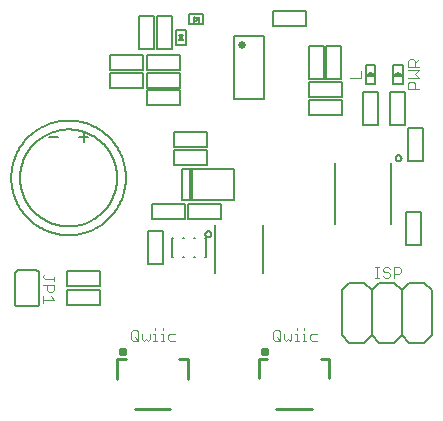
<source format=gbr>
G04 EAGLE Gerber RS-274X export*
G75*
%MOMM*%
%FSLAX34Y34*%
%LPD*%
%INSilkscreen Top*%
%IPPOS*%
%AMOC8*
5,1,8,0,0,1.08239X$1,22.5*%
G01*
%ADD10C,0.101600*%
%ADD11C,0.127000*%
%ADD12R,0.381000X2.540000*%
%ADD13C,0.152400*%
%ADD14C,0.400000*%
%ADD15C,0.254000*%
%ADD16C,0.200000*%
%ADD17C,0.203200*%
%ADD18C,0.635000*%


D10*
X104648Y66041D02*
X104648Y72143D01*
X106173Y73668D01*
X109224Y73668D01*
X110749Y72143D01*
X110749Y66041D01*
X109224Y64516D01*
X106173Y64516D01*
X104648Y66041D01*
X107699Y67567D02*
X110749Y64516D01*
X114003Y66041D02*
X114003Y70617D01*
X114003Y66041D02*
X115528Y64516D01*
X117054Y66041D01*
X118579Y64516D01*
X120104Y66041D01*
X120104Y70617D01*
X123358Y70617D02*
X124884Y70617D01*
X124884Y64516D01*
X126409Y64516D02*
X123358Y64516D01*
X124884Y73668D02*
X124884Y75193D01*
X129595Y70617D02*
X131120Y70617D01*
X131120Y64516D01*
X129595Y64516D02*
X132646Y64516D01*
X131120Y73668D02*
X131120Y75193D01*
X137357Y70617D02*
X141933Y70617D01*
X137357Y70617D02*
X135832Y69092D01*
X135832Y66041D01*
X137357Y64516D01*
X141933Y64516D01*
X224790Y66041D02*
X224790Y72143D01*
X226315Y73668D01*
X229366Y73668D01*
X230891Y72143D01*
X230891Y66041D01*
X229366Y64516D01*
X226315Y64516D01*
X224790Y66041D01*
X227841Y67567D02*
X230891Y64516D01*
X234145Y66041D02*
X234145Y70617D01*
X234145Y66041D02*
X235670Y64516D01*
X237196Y66041D01*
X238721Y64516D01*
X240246Y66041D01*
X240246Y70617D01*
X243500Y70617D02*
X245026Y70617D01*
X245026Y64516D01*
X246551Y64516D02*
X243500Y64516D01*
X245026Y73668D02*
X245026Y75193D01*
X249737Y70617D02*
X251262Y70617D01*
X251262Y64516D01*
X249737Y64516D02*
X252788Y64516D01*
X251262Y73668D02*
X251262Y75193D01*
X257499Y70617D02*
X262075Y70617D01*
X257499Y70617D02*
X255974Y69092D01*
X255974Y66041D01*
X257499Y64516D01*
X262075Y64516D01*
X311404Y117856D02*
X314455Y117856D01*
X312929Y117856D02*
X312929Y127008D01*
X311404Y127008D02*
X314455Y127008D01*
X322217Y127008D02*
X323742Y125483D01*
X322217Y127008D02*
X319166Y127008D01*
X317641Y125483D01*
X317641Y123957D01*
X319166Y122432D01*
X322217Y122432D01*
X323742Y120907D01*
X323742Y119381D01*
X322217Y117856D01*
X319166Y117856D01*
X317641Y119381D01*
X326996Y117856D02*
X326996Y127008D01*
X331572Y127008D01*
X333097Y125483D01*
X333097Y122432D01*
X331572Y120907D01*
X326996Y120907D01*
X31751Y121158D02*
X30226Y119633D01*
X30226Y118107D01*
X31751Y116582D01*
X39378Y116582D01*
X39378Y118107D02*
X39378Y115057D01*
X39378Y111803D02*
X30226Y111803D01*
X39378Y111803D02*
X39378Y107227D01*
X37853Y105702D01*
X34802Y105702D01*
X33277Y107227D01*
X33277Y111803D01*
X36327Y102448D02*
X39378Y99397D01*
X30226Y99397D01*
X30226Y102448D02*
X30226Y96346D01*
X289806Y287020D02*
X298958Y287020D01*
X298958Y293121D01*
X338828Y277876D02*
X347980Y277876D01*
X338828Y277876D02*
X338828Y282452D01*
X340354Y283977D01*
X343404Y283977D01*
X344929Y282452D01*
X344929Y277876D01*
X347980Y287231D02*
X338828Y287231D01*
X344929Y290282D02*
X347980Y287231D01*
X344929Y290282D02*
X347980Y293332D01*
X338828Y293332D01*
X338828Y296586D02*
X347980Y296586D01*
X338828Y296586D02*
X338828Y301162D01*
X340354Y302688D01*
X343404Y302688D01*
X344929Y301162D01*
X344929Y296586D01*
X344929Y299637D02*
X347980Y302688D01*
D11*
X350012Y173736D02*
X350012Y145796D01*
X337312Y145796D01*
X337312Y173736D01*
X350012Y173736D01*
X252222Y330962D02*
X224282Y330962D01*
X224282Y343662D01*
X252222Y343662D01*
X252222Y330962D01*
X139192Y339090D02*
X139192Y311150D01*
X126492Y311150D01*
X126492Y339090D01*
X139192Y339090D01*
X140462Y228346D02*
X168402Y228346D01*
X140462Y228346D02*
X140462Y241046D01*
X168402Y241046D01*
X168402Y228346D01*
X131572Y157226D02*
X131572Y129286D01*
X118872Y129286D01*
X118872Y157226D01*
X131572Y157226D01*
X140462Y213614D02*
X168402Y213614D01*
X140462Y213614D02*
X140462Y226314D01*
X168402Y226314D01*
X168402Y213614D01*
X326454Y282068D02*
X326454Y298068D01*
X334454Y298068D01*
X334454Y282068D01*
X326454Y282068D01*
X326644Y288798D02*
X334264Y288798D01*
X332359Y290068D01*
X330454Y291338D01*
X328549Y290068D01*
X326644Y288798D01*
X327914Y289433D02*
X332994Y289433D01*
X332359Y290068D02*
X328549Y290068D01*
X165766Y332804D02*
X165766Y340804D01*
X153766Y340804D02*
X153766Y332804D01*
X153766Y340804D02*
X165766Y340804D01*
X165766Y332804D02*
X153766Y332804D01*
X157766Y334804D02*
X157766Y338804D01*
X157766Y334804D02*
X161766Y336804D01*
X157766Y338804D01*
X161766Y338804D02*
X161766Y336804D01*
X161766Y334804D01*
X147672Y209850D02*
X191672Y209850D01*
X191672Y183850D01*
X147672Y183850D01*
X147672Y209850D01*
D12*
X155067Y196850D03*
D11*
X150812Y327310D02*
X142812Y327310D01*
X142812Y315310D02*
X150812Y315310D01*
X142812Y315310D02*
X142812Y327310D01*
X150812Y327310D02*
X150812Y315310D01*
X148812Y319310D02*
X144812Y319310D01*
X148812Y319310D02*
X146812Y323310D01*
X144812Y319310D01*
X144812Y323310D02*
X146812Y323310D01*
X148812Y323310D01*
D13*
X282702Y69342D02*
X289052Y62992D01*
X301752Y62992D02*
X308102Y69342D01*
X314452Y62992D01*
X327152Y62992D02*
X333502Y69342D01*
X282702Y69342D02*
X282702Y107442D01*
X289052Y113792D01*
X301752Y113792D01*
X308102Y107442D01*
X314452Y113792D01*
X327152Y113792D01*
X333502Y107442D01*
X308102Y107442D02*
X308102Y69342D01*
X333502Y69342D02*
X333502Y107442D01*
X327152Y62992D02*
X314452Y62992D01*
X301752Y62992D02*
X289052Y62992D01*
X333502Y69342D02*
X339852Y62992D01*
X352552Y62992D02*
X358902Y69342D01*
X333502Y107442D02*
X339852Y113792D01*
X352552Y113792D01*
X358902Y107442D01*
X358902Y69342D01*
X352552Y62992D02*
X339852Y62992D01*
D14*
X95986Y55324D02*
X95988Y55399D01*
X95994Y55473D01*
X96004Y55547D01*
X96017Y55620D01*
X96035Y55693D01*
X96056Y55764D01*
X96081Y55835D01*
X96110Y55904D01*
X96143Y55971D01*
X96179Y56036D01*
X96218Y56100D01*
X96260Y56161D01*
X96306Y56220D01*
X96355Y56277D01*
X96407Y56330D01*
X96461Y56381D01*
X96518Y56430D01*
X96578Y56474D01*
X96640Y56516D01*
X96704Y56555D01*
X96770Y56590D01*
X96837Y56621D01*
X96907Y56649D01*
X96977Y56673D01*
X97049Y56694D01*
X97122Y56710D01*
X97195Y56723D01*
X97270Y56732D01*
X97344Y56737D01*
X97419Y56738D01*
X97493Y56735D01*
X97568Y56728D01*
X97641Y56717D01*
X97715Y56703D01*
X97787Y56684D01*
X97858Y56662D01*
X97928Y56636D01*
X97997Y56606D01*
X98063Y56573D01*
X98128Y56536D01*
X98191Y56496D01*
X98252Y56452D01*
X98310Y56406D01*
X98366Y56356D01*
X98419Y56304D01*
X98470Y56249D01*
X98517Y56191D01*
X98561Y56131D01*
X98602Y56068D01*
X98640Y56004D01*
X98674Y55938D01*
X98705Y55869D01*
X98732Y55800D01*
X98755Y55729D01*
X98774Y55657D01*
X98790Y55584D01*
X98802Y55510D01*
X98810Y55436D01*
X98814Y55361D01*
X98814Y55287D01*
X98810Y55212D01*
X98802Y55138D01*
X98790Y55064D01*
X98774Y54991D01*
X98755Y54919D01*
X98732Y54848D01*
X98705Y54779D01*
X98674Y54710D01*
X98640Y54644D01*
X98602Y54580D01*
X98561Y54517D01*
X98517Y54457D01*
X98470Y54399D01*
X98419Y54344D01*
X98366Y54292D01*
X98310Y54242D01*
X98252Y54196D01*
X98191Y54152D01*
X98128Y54112D01*
X98063Y54075D01*
X97997Y54042D01*
X97928Y54012D01*
X97858Y53986D01*
X97787Y53964D01*
X97715Y53945D01*
X97641Y53931D01*
X97568Y53920D01*
X97493Y53913D01*
X97419Y53910D01*
X97344Y53911D01*
X97270Y53916D01*
X97195Y53925D01*
X97122Y53938D01*
X97049Y53954D01*
X96977Y53975D01*
X96907Y53999D01*
X96837Y54027D01*
X96770Y54058D01*
X96704Y54093D01*
X96640Y54132D01*
X96578Y54174D01*
X96518Y54218D01*
X96461Y54267D01*
X96407Y54318D01*
X96355Y54371D01*
X96306Y54428D01*
X96260Y54487D01*
X96218Y54548D01*
X96179Y54612D01*
X96143Y54677D01*
X96110Y54744D01*
X96081Y54813D01*
X96056Y54884D01*
X96035Y54955D01*
X96017Y55028D01*
X96004Y55101D01*
X95994Y55175D01*
X95988Y55249D01*
X95986Y55324D01*
D15*
X107400Y6324D02*
X137400Y6324D01*
X92400Y32324D02*
X92400Y48824D01*
X144900Y48824D02*
X152400Y48824D01*
X152400Y32324D01*
X99900Y48824D02*
X92400Y48824D01*
D14*
X215986Y55578D02*
X215988Y55653D01*
X215994Y55727D01*
X216004Y55801D01*
X216017Y55874D01*
X216035Y55947D01*
X216056Y56018D01*
X216081Y56089D01*
X216110Y56158D01*
X216143Y56225D01*
X216179Y56290D01*
X216218Y56354D01*
X216260Y56415D01*
X216306Y56474D01*
X216355Y56531D01*
X216407Y56584D01*
X216461Y56635D01*
X216518Y56684D01*
X216578Y56728D01*
X216640Y56770D01*
X216704Y56809D01*
X216770Y56844D01*
X216837Y56875D01*
X216907Y56903D01*
X216977Y56927D01*
X217049Y56948D01*
X217122Y56964D01*
X217195Y56977D01*
X217270Y56986D01*
X217344Y56991D01*
X217419Y56992D01*
X217493Y56989D01*
X217568Y56982D01*
X217641Y56971D01*
X217715Y56957D01*
X217787Y56938D01*
X217858Y56916D01*
X217928Y56890D01*
X217997Y56860D01*
X218063Y56827D01*
X218128Y56790D01*
X218191Y56750D01*
X218252Y56706D01*
X218310Y56660D01*
X218366Y56610D01*
X218419Y56558D01*
X218470Y56503D01*
X218517Y56445D01*
X218561Y56385D01*
X218602Y56322D01*
X218640Y56258D01*
X218674Y56192D01*
X218705Y56123D01*
X218732Y56054D01*
X218755Y55983D01*
X218774Y55911D01*
X218790Y55838D01*
X218802Y55764D01*
X218810Y55690D01*
X218814Y55615D01*
X218814Y55541D01*
X218810Y55466D01*
X218802Y55392D01*
X218790Y55318D01*
X218774Y55245D01*
X218755Y55173D01*
X218732Y55102D01*
X218705Y55033D01*
X218674Y54964D01*
X218640Y54898D01*
X218602Y54834D01*
X218561Y54771D01*
X218517Y54711D01*
X218470Y54653D01*
X218419Y54598D01*
X218366Y54546D01*
X218310Y54496D01*
X218252Y54450D01*
X218191Y54406D01*
X218128Y54366D01*
X218063Y54329D01*
X217997Y54296D01*
X217928Y54266D01*
X217858Y54240D01*
X217787Y54218D01*
X217715Y54199D01*
X217641Y54185D01*
X217568Y54174D01*
X217493Y54167D01*
X217419Y54164D01*
X217344Y54165D01*
X217270Y54170D01*
X217195Y54179D01*
X217122Y54192D01*
X217049Y54208D01*
X216977Y54229D01*
X216907Y54253D01*
X216837Y54281D01*
X216770Y54312D01*
X216704Y54347D01*
X216640Y54386D01*
X216578Y54428D01*
X216518Y54472D01*
X216461Y54521D01*
X216407Y54572D01*
X216355Y54625D01*
X216306Y54682D01*
X216260Y54741D01*
X216218Y54802D01*
X216179Y54866D01*
X216143Y54931D01*
X216110Y54998D01*
X216081Y55067D01*
X216056Y55138D01*
X216035Y55209D01*
X216017Y55282D01*
X216004Y55355D01*
X215994Y55429D01*
X215988Y55503D01*
X215986Y55578D01*
D15*
X227400Y6578D02*
X257400Y6578D01*
X212400Y32578D02*
X212400Y49078D01*
X264900Y49078D02*
X272400Y49078D01*
X272400Y32578D01*
X219900Y49078D02*
X212400Y49078D01*
D13*
X26670Y96266D02*
X26670Y121666D01*
X8890Y124206D02*
X8790Y124204D01*
X8691Y124198D01*
X8591Y124188D01*
X8493Y124175D01*
X8394Y124157D01*
X8297Y124136D01*
X8201Y124111D01*
X8105Y124082D01*
X8011Y124049D01*
X7918Y124013D01*
X7827Y123973D01*
X7737Y123929D01*
X7649Y123882D01*
X7563Y123832D01*
X7479Y123778D01*
X7397Y123721D01*
X7318Y123661D01*
X7240Y123597D01*
X7166Y123531D01*
X7094Y123462D01*
X7025Y123390D01*
X6959Y123316D01*
X6895Y123238D01*
X6835Y123159D01*
X6778Y123077D01*
X6724Y122993D01*
X6674Y122907D01*
X6627Y122819D01*
X6583Y122729D01*
X6543Y122638D01*
X6507Y122545D01*
X6474Y122451D01*
X6445Y122355D01*
X6420Y122259D01*
X6399Y122162D01*
X6381Y122063D01*
X6368Y121965D01*
X6358Y121865D01*
X6352Y121766D01*
X6350Y121666D01*
X6350Y96266D02*
X6352Y96166D01*
X6358Y96067D01*
X6368Y95967D01*
X6381Y95869D01*
X6399Y95770D01*
X6420Y95673D01*
X6445Y95577D01*
X6474Y95481D01*
X6507Y95387D01*
X6543Y95294D01*
X6583Y95203D01*
X6627Y95113D01*
X6674Y95025D01*
X6724Y94939D01*
X6778Y94855D01*
X6835Y94773D01*
X6895Y94694D01*
X6959Y94616D01*
X7025Y94542D01*
X7094Y94470D01*
X7166Y94401D01*
X7240Y94335D01*
X7318Y94271D01*
X7397Y94211D01*
X7479Y94154D01*
X7563Y94100D01*
X7649Y94050D01*
X7737Y94003D01*
X7827Y93959D01*
X7918Y93919D01*
X8011Y93883D01*
X8105Y93850D01*
X8201Y93821D01*
X8297Y93796D01*
X8394Y93775D01*
X8493Y93757D01*
X8591Y93744D01*
X8691Y93734D01*
X8790Y93728D01*
X8890Y93726D01*
X24130Y93726D02*
X24230Y93728D01*
X24329Y93734D01*
X24429Y93744D01*
X24527Y93757D01*
X24626Y93775D01*
X24723Y93796D01*
X24819Y93821D01*
X24915Y93850D01*
X25009Y93883D01*
X25102Y93919D01*
X25193Y93959D01*
X25283Y94003D01*
X25371Y94050D01*
X25457Y94100D01*
X25541Y94154D01*
X25623Y94211D01*
X25702Y94271D01*
X25780Y94335D01*
X25854Y94401D01*
X25926Y94470D01*
X25995Y94542D01*
X26061Y94616D01*
X26125Y94694D01*
X26185Y94773D01*
X26242Y94855D01*
X26296Y94939D01*
X26346Y95025D01*
X26393Y95113D01*
X26437Y95203D01*
X26477Y95294D01*
X26513Y95387D01*
X26546Y95481D01*
X26575Y95577D01*
X26600Y95673D01*
X26621Y95770D01*
X26639Y95869D01*
X26652Y95967D01*
X26662Y96067D01*
X26668Y96166D01*
X26670Y96266D01*
X26670Y121666D02*
X26668Y121766D01*
X26662Y121865D01*
X26652Y121965D01*
X26639Y122063D01*
X26621Y122162D01*
X26600Y122259D01*
X26575Y122355D01*
X26546Y122451D01*
X26513Y122545D01*
X26477Y122638D01*
X26437Y122729D01*
X26393Y122819D01*
X26346Y122907D01*
X26296Y122993D01*
X26242Y123077D01*
X26185Y123159D01*
X26125Y123238D01*
X26061Y123316D01*
X25995Y123390D01*
X25926Y123462D01*
X25854Y123531D01*
X25780Y123597D01*
X25702Y123661D01*
X25623Y123721D01*
X25541Y123778D01*
X25457Y123832D01*
X25371Y123882D01*
X25283Y123929D01*
X25193Y123973D01*
X25102Y124013D01*
X25009Y124049D01*
X24915Y124082D01*
X24819Y124111D01*
X24723Y124136D01*
X24626Y124157D01*
X24527Y124175D01*
X24429Y124188D01*
X24329Y124198D01*
X24230Y124204D01*
X24130Y124206D01*
X8890Y124206D01*
X8890Y93726D02*
X24130Y93726D01*
X6350Y96266D02*
X6350Y121666D01*
D16*
X175834Y122240D02*
X175834Y162240D01*
X215834Y162240D02*
X215834Y122240D01*
D11*
X3062Y202400D02*
X3077Y203590D01*
X3120Y204780D01*
X3193Y205968D01*
X3296Y207154D01*
X3427Y208337D01*
X3587Y209516D01*
X3776Y210692D01*
X3994Y211862D01*
X4240Y213026D01*
X4515Y214185D01*
X4819Y215336D01*
X5150Y216479D01*
X5510Y217614D01*
X5897Y218739D01*
X6312Y219855D01*
X6754Y220960D01*
X7223Y222054D01*
X7719Y223136D01*
X8241Y224206D01*
X8789Y225263D01*
X9363Y226306D01*
X9962Y227334D01*
X10587Y228347D01*
X11236Y229345D01*
X11909Y230327D01*
X12606Y231291D01*
X13327Y232239D01*
X14071Y233168D01*
X14837Y234079D01*
X15626Y234971D01*
X16436Y235843D01*
X17267Y236695D01*
X18119Y237526D01*
X18991Y238336D01*
X19883Y239125D01*
X20794Y239891D01*
X21723Y240635D01*
X22671Y241356D01*
X23635Y242053D01*
X24617Y242726D01*
X25615Y243375D01*
X26628Y244000D01*
X27656Y244599D01*
X28699Y245173D01*
X29756Y245721D01*
X30826Y246243D01*
X31908Y246739D01*
X33002Y247208D01*
X34107Y247650D01*
X35223Y248065D01*
X36348Y248452D01*
X37483Y248812D01*
X38626Y249143D01*
X39777Y249447D01*
X40936Y249722D01*
X42100Y249968D01*
X43270Y250186D01*
X44446Y250375D01*
X45625Y250535D01*
X46808Y250666D01*
X47994Y250769D01*
X49182Y250842D01*
X50372Y250885D01*
X51562Y250900D01*
X52752Y250885D01*
X53942Y250842D01*
X55130Y250769D01*
X56316Y250666D01*
X57499Y250535D01*
X58678Y250375D01*
X59854Y250186D01*
X61024Y249968D01*
X62188Y249722D01*
X63347Y249447D01*
X64498Y249143D01*
X65641Y248812D01*
X66776Y248452D01*
X67901Y248065D01*
X69017Y247650D01*
X70122Y247208D01*
X71216Y246739D01*
X72298Y246243D01*
X73368Y245721D01*
X74425Y245173D01*
X75468Y244599D01*
X76496Y244000D01*
X77509Y243375D01*
X78507Y242726D01*
X79489Y242053D01*
X80453Y241356D01*
X81401Y240635D01*
X82330Y239891D01*
X83241Y239125D01*
X84133Y238336D01*
X85005Y237526D01*
X85857Y236695D01*
X86688Y235843D01*
X87498Y234971D01*
X88287Y234079D01*
X89053Y233168D01*
X89797Y232239D01*
X90518Y231291D01*
X91215Y230327D01*
X91888Y229345D01*
X92537Y228347D01*
X93162Y227334D01*
X93761Y226306D01*
X94335Y225263D01*
X94883Y224206D01*
X95405Y223136D01*
X95901Y222054D01*
X96370Y220960D01*
X96812Y219855D01*
X97227Y218739D01*
X97614Y217614D01*
X97974Y216479D01*
X98305Y215336D01*
X98609Y214185D01*
X98884Y213026D01*
X99130Y211862D01*
X99348Y210692D01*
X99537Y209516D01*
X99697Y208337D01*
X99828Y207154D01*
X99931Y205968D01*
X100004Y204780D01*
X100047Y203590D01*
X100062Y202400D01*
X100047Y201210D01*
X100004Y200020D01*
X99931Y198832D01*
X99828Y197646D01*
X99697Y196463D01*
X99537Y195284D01*
X99348Y194108D01*
X99130Y192938D01*
X98884Y191774D01*
X98609Y190615D01*
X98305Y189464D01*
X97974Y188321D01*
X97614Y187186D01*
X97227Y186061D01*
X96812Y184945D01*
X96370Y183840D01*
X95901Y182746D01*
X95405Y181664D01*
X94883Y180594D01*
X94335Y179537D01*
X93761Y178494D01*
X93162Y177466D01*
X92537Y176453D01*
X91888Y175455D01*
X91215Y174473D01*
X90518Y173509D01*
X89797Y172561D01*
X89053Y171632D01*
X88287Y170721D01*
X87498Y169829D01*
X86688Y168957D01*
X85857Y168105D01*
X85005Y167274D01*
X84133Y166464D01*
X83241Y165675D01*
X82330Y164909D01*
X81401Y164165D01*
X80453Y163444D01*
X79489Y162747D01*
X78507Y162074D01*
X77509Y161425D01*
X76496Y160800D01*
X75468Y160201D01*
X74425Y159627D01*
X73368Y159079D01*
X72298Y158557D01*
X71216Y158061D01*
X70122Y157592D01*
X69017Y157150D01*
X67901Y156735D01*
X66776Y156348D01*
X65641Y155988D01*
X64498Y155657D01*
X63347Y155353D01*
X62188Y155078D01*
X61024Y154832D01*
X59854Y154614D01*
X58678Y154425D01*
X57499Y154265D01*
X56316Y154134D01*
X55130Y154031D01*
X53942Y153958D01*
X52752Y153915D01*
X51562Y153900D01*
X50372Y153915D01*
X49182Y153958D01*
X47994Y154031D01*
X46808Y154134D01*
X45625Y154265D01*
X44446Y154425D01*
X43270Y154614D01*
X42100Y154832D01*
X40936Y155078D01*
X39777Y155353D01*
X38626Y155657D01*
X37483Y155988D01*
X36348Y156348D01*
X35223Y156735D01*
X34107Y157150D01*
X33002Y157592D01*
X31908Y158061D01*
X30826Y158557D01*
X29756Y159079D01*
X28699Y159627D01*
X27656Y160201D01*
X26628Y160800D01*
X25615Y161425D01*
X24617Y162074D01*
X23635Y162747D01*
X22671Y163444D01*
X21723Y164165D01*
X20794Y164909D01*
X19883Y165675D01*
X18991Y166464D01*
X18119Y167274D01*
X17267Y168105D01*
X16436Y168957D01*
X15626Y169829D01*
X14837Y170721D01*
X14071Y171632D01*
X13327Y172561D01*
X12606Y173509D01*
X11909Y174473D01*
X11236Y175455D01*
X10587Y176453D01*
X9962Y177466D01*
X9363Y178494D01*
X8789Y179537D01*
X8241Y180594D01*
X7719Y181664D01*
X7223Y182746D01*
X6754Y183840D01*
X6312Y184945D01*
X5897Y186061D01*
X5510Y187186D01*
X5150Y188321D01*
X4819Y189464D01*
X4515Y190615D01*
X4240Y191774D01*
X3994Y192938D01*
X3776Y194108D01*
X3587Y195284D01*
X3427Y196463D01*
X3296Y197646D01*
X3193Y198832D01*
X3120Y200020D01*
X3077Y201210D01*
X3062Y202400D01*
X10527Y202400D02*
X10539Y203407D01*
X10576Y204413D01*
X10638Y205419D01*
X10725Y206422D01*
X10836Y207423D01*
X10971Y208421D01*
X11131Y209415D01*
X11315Y210406D01*
X11524Y211391D01*
X11757Y212371D01*
X12013Y213345D01*
X12294Y214312D01*
X12598Y215272D01*
X12926Y216224D01*
X13277Y217168D01*
X13651Y218103D01*
X14047Y219029D01*
X14467Y219945D01*
X14909Y220850D01*
X15372Y221744D01*
X15858Y222626D01*
X16365Y223496D01*
X16893Y224354D01*
X17443Y225198D01*
X18012Y226028D01*
X18602Y226845D01*
X19212Y227646D01*
X19842Y228432D01*
X20490Y229203D01*
X21157Y229957D01*
X21843Y230695D01*
X22546Y231416D01*
X23267Y232119D01*
X24005Y232805D01*
X24759Y233472D01*
X25530Y234120D01*
X26316Y234750D01*
X27117Y235360D01*
X27934Y235950D01*
X28764Y236519D01*
X29608Y237069D01*
X30466Y237597D01*
X31336Y238104D01*
X32218Y238590D01*
X33112Y239053D01*
X34017Y239495D01*
X34933Y239915D01*
X35859Y240311D01*
X36794Y240685D01*
X37738Y241036D01*
X38690Y241364D01*
X39650Y241668D01*
X40617Y241949D01*
X41591Y242205D01*
X42571Y242438D01*
X43556Y242647D01*
X44547Y242831D01*
X45541Y242991D01*
X46539Y243126D01*
X47540Y243237D01*
X48543Y243324D01*
X49549Y243386D01*
X50555Y243423D01*
X51562Y243435D01*
X52569Y243423D01*
X53575Y243386D01*
X54581Y243324D01*
X55584Y243237D01*
X56585Y243126D01*
X57583Y242991D01*
X58577Y242831D01*
X59568Y242647D01*
X60553Y242438D01*
X61533Y242205D01*
X62507Y241949D01*
X63474Y241668D01*
X64434Y241364D01*
X65386Y241036D01*
X66330Y240685D01*
X67265Y240311D01*
X68191Y239915D01*
X69107Y239495D01*
X70012Y239053D01*
X70906Y238590D01*
X71788Y238104D01*
X72658Y237597D01*
X73516Y237069D01*
X74360Y236519D01*
X75190Y235950D01*
X76007Y235360D01*
X76808Y234750D01*
X77594Y234120D01*
X78365Y233472D01*
X79119Y232805D01*
X79857Y232119D01*
X80578Y231416D01*
X81281Y230695D01*
X81967Y229957D01*
X82634Y229203D01*
X83282Y228432D01*
X83912Y227646D01*
X84522Y226845D01*
X85112Y226028D01*
X85681Y225198D01*
X86231Y224354D01*
X86759Y223496D01*
X87266Y222626D01*
X87752Y221744D01*
X88215Y220850D01*
X88657Y219945D01*
X89077Y219029D01*
X89473Y218103D01*
X89847Y217168D01*
X90198Y216224D01*
X90526Y215272D01*
X90830Y214312D01*
X91111Y213345D01*
X91367Y212371D01*
X91600Y211391D01*
X91809Y210406D01*
X91993Y209415D01*
X92153Y208421D01*
X92288Y207423D01*
X92399Y206422D01*
X92486Y205419D01*
X92548Y204413D01*
X92585Y203407D01*
X92597Y202400D01*
X92585Y201393D01*
X92548Y200387D01*
X92486Y199381D01*
X92399Y198378D01*
X92288Y197377D01*
X92153Y196379D01*
X91993Y195385D01*
X91809Y194394D01*
X91600Y193409D01*
X91367Y192429D01*
X91111Y191455D01*
X90830Y190488D01*
X90526Y189528D01*
X90198Y188576D01*
X89847Y187632D01*
X89473Y186697D01*
X89077Y185771D01*
X88657Y184855D01*
X88215Y183950D01*
X87752Y183056D01*
X87266Y182174D01*
X86759Y181304D01*
X86231Y180446D01*
X85681Y179602D01*
X85112Y178772D01*
X84522Y177955D01*
X83912Y177154D01*
X83282Y176368D01*
X82634Y175597D01*
X81967Y174843D01*
X81281Y174105D01*
X80578Y173384D01*
X79857Y172681D01*
X79119Y171995D01*
X78365Y171328D01*
X77594Y170680D01*
X76808Y170050D01*
X76007Y169440D01*
X75190Y168850D01*
X74360Y168281D01*
X73516Y167731D01*
X72658Y167203D01*
X71788Y166696D01*
X70906Y166210D01*
X70012Y165747D01*
X69107Y165305D01*
X68191Y164885D01*
X67265Y164489D01*
X66330Y164115D01*
X65386Y163764D01*
X64434Y163436D01*
X63474Y163132D01*
X62507Y162851D01*
X61533Y162595D01*
X60553Y162362D01*
X59568Y162153D01*
X58577Y161969D01*
X57583Y161809D01*
X56585Y161674D01*
X55584Y161563D01*
X54581Y161476D01*
X53575Y161414D01*
X52569Y161377D01*
X51562Y161365D01*
X50555Y161377D01*
X49549Y161414D01*
X48543Y161476D01*
X47540Y161563D01*
X46539Y161674D01*
X45541Y161809D01*
X44547Y161969D01*
X43556Y162153D01*
X42571Y162362D01*
X41591Y162595D01*
X40617Y162851D01*
X39650Y163132D01*
X38690Y163436D01*
X37738Y163764D01*
X36794Y164115D01*
X35859Y164489D01*
X34933Y164885D01*
X34017Y165305D01*
X33112Y165747D01*
X32218Y166210D01*
X31336Y166696D01*
X30466Y167203D01*
X29608Y167731D01*
X28764Y168281D01*
X27934Y168850D01*
X27117Y169440D01*
X26316Y170050D01*
X25530Y170680D01*
X24759Y171328D01*
X24005Y171995D01*
X23267Y172681D01*
X22546Y173384D01*
X21843Y174105D01*
X21157Y174843D01*
X20490Y175597D01*
X19842Y176368D01*
X19212Y177154D01*
X18602Y177955D01*
X18012Y178772D01*
X17443Y179602D01*
X16893Y180446D01*
X16365Y181304D01*
X15858Y182174D01*
X15372Y183056D01*
X14909Y183950D01*
X14467Y184855D01*
X14047Y185771D01*
X13651Y186697D01*
X13277Y187632D01*
X12926Y188576D01*
X12598Y189528D01*
X12294Y190488D01*
X12013Y191455D01*
X11757Y192429D01*
X11524Y193409D01*
X11315Y194394D01*
X11131Y195385D01*
X10971Y196379D01*
X10836Y197377D01*
X10725Y198378D01*
X10638Y199381D01*
X10576Y200387D01*
X10539Y201393D01*
X10527Y202400D01*
X60452Y236690D02*
X68072Y236690D01*
X64262Y240500D02*
X64262Y232880D01*
X42672Y236690D02*
X35052Y236690D01*
X117602Y278638D02*
X145542Y278638D01*
X117602Y278638D02*
X117602Y291338D01*
X145542Y291338D01*
X145542Y278638D01*
X114808Y291338D02*
X86868Y291338D01*
X114808Y291338D02*
X114808Y278638D01*
X86868Y278638D01*
X86868Y291338D01*
X117602Y293370D02*
X145542Y293370D01*
X117602Y293370D02*
X117602Y306070D01*
X145542Y306070D01*
X145542Y293370D01*
X111506Y311150D02*
X111506Y339090D01*
X124206Y339090D01*
X124206Y311150D01*
X111506Y311150D01*
X117602Y276606D02*
X145542Y276606D01*
X145542Y263906D01*
X117602Y263906D01*
X117602Y276606D01*
X255016Y255778D02*
X282956Y255778D01*
X255016Y255778D02*
X255016Y268478D01*
X282956Y268478D01*
X282956Y255778D01*
X324104Y247142D02*
X324104Y275082D01*
X336804Y275082D01*
X336804Y247142D01*
X324104Y247142D01*
X267462Y286258D02*
X267462Y314198D01*
X267462Y286258D02*
X254762Y286258D01*
X254762Y314198D01*
X267462Y314198D01*
X269494Y314198D02*
X269494Y286258D01*
X269494Y314198D02*
X282194Y314198D01*
X282194Y286258D01*
X269494Y286258D01*
X150368Y167894D02*
X122428Y167894D01*
X122428Y180594D01*
X150368Y180594D01*
X150368Y167894D01*
X77978Y110744D02*
X50038Y110744D01*
X50038Y123444D01*
X77978Y123444D01*
X77978Y110744D01*
X77978Y94488D02*
X50038Y94488D01*
X50038Y107188D01*
X77978Y107188D01*
X77978Y94488D01*
X338582Y216662D02*
X338582Y244602D01*
X351282Y244602D01*
X351282Y216662D01*
X338582Y216662D01*
X180340Y167894D02*
X152400Y167894D01*
X152400Y180594D01*
X180340Y180594D01*
X180340Y167894D01*
D17*
X277116Y163580D02*
X277116Y214626D01*
X324356Y214626D02*
X324356Y163580D01*
X328359Y219139D02*
X328361Y219239D01*
X328367Y219340D01*
X328377Y219439D01*
X328391Y219539D01*
X328408Y219638D01*
X328430Y219736D01*
X328456Y219833D01*
X328485Y219929D01*
X328518Y220023D01*
X328555Y220117D01*
X328595Y220209D01*
X328639Y220299D01*
X328687Y220387D01*
X328738Y220474D01*
X328792Y220558D01*
X328850Y220640D01*
X328911Y220720D01*
X328975Y220797D01*
X329042Y220872D01*
X329112Y220944D01*
X329185Y221013D01*
X329260Y221079D01*
X329338Y221143D01*
X329418Y221203D01*
X329501Y221260D01*
X329586Y221313D01*
X329673Y221363D01*
X329762Y221410D01*
X329852Y221453D01*
X329944Y221493D01*
X330038Y221529D01*
X330133Y221561D01*
X330229Y221589D01*
X330327Y221614D01*
X330425Y221634D01*
X330524Y221651D01*
X330624Y221664D01*
X330723Y221673D01*
X330824Y221678D01*
X330924Y221679D01*
X331024Y221676D01*
X331125Y221669D01*
X331224Y221658D01*
X331324Y221643D01*
X331422Y221625D01*
X331520Y221602D01*
X331617Y221575D01*
X331712Y221545D01*
X331807Y221511D01*
X331900Y221473D01*
X331991Y221432D01*
X332081Y221387D01*
X332169Y221339D01*
X332255Y221287D01*
X332339Y221232D01*
X332420Y221173D01*
X332499Y221111D01*
X332576Y221047D01*
X332650Y220979D01*
X332721Y220908D01*
X332790Y220835D01*
X332855Y220759D01*
X332918Y220680D01*
X332977Y220599D01*
X333033Y220516D01*
X333086Y220431D01*
X333135Y220343D01*
X333181Y220254D01*
X333223Y220163D01*
X333262Y220070D01*
X333297Y219976D01*
X333328Y219881D01*
X333356Y219784D01*
X333379Y219687D01*
X333399Y219588D01*
X333415Y219489D01*
X333427Y219390D01*
X333435Y219289D01*
X333439Y219189D01*
X333439Y219089D01*
X333435Y218989D01*
X333427Y218888D01*
X333415Y218789D01*
X333399Y218690D01*
X333379Y218591D01*
X333356Y218494D01*
X333328Y218397D01*
X333297Y218302D01*
X333262Y218208D01*
X333223Y218115D01*
X333181Y218024D01*
X333135Y217935D01*
X333086Y217847D01*
X333033Y217762D01*
X332977Y217679D01*
X332918Y217598D01*
X332855Y217519D01*
X332790Y217443D01*
X332721Y217370D01*
X332650Y217299D01*
X332576Y217231D01*
X332499Y217167D01*
X332420Y217105D01*
X332339Y217046D01*
X332255Y216991D01*
X332169Y216939D01*
X332081Y216891D01*
X331991Y216846D01*
X331900Y216805D01*
X331807Y216767D01*
X331712Y216733D01*
X331617Y216703D01*
X331520Y216676D01*
X331422Y216653D01*
X331324Y216635D01*
X331224Y216620D01*
X331125Y216609D01*
X331024Y216602D01*
X330924Y216599D01*
X330824Y216600D01*
X330723Y216605D01*
X330624Y216614D01*
X330524Y216627D01*
X330425Y216644D01*
X330327Y216664D01*
X330229Y216689D01*
X330133Y216717D01*
X330038Y216749D01*
X329944Y216785D01*
X329852Y216825D01*
X329762Y216868D01*
X329673Y216915D01*
X329586Y216965D01*
X329501Y217018D01*
X329418Y217075D01*
X329338Y217135D01*
X329260Y217199D01*
X329185Y217265D01*
X329112Y217334D01*
X329042Y217406D01*
X328975Y217481D01*
X328911Y217558D01*
X328850Y217638D01*
X328792Y217720D01*
X328738Y217804D01*
X328687Y217891D01*
X328639Y217979D01*
X328595Y218069D01*
X328555Y218161D01*
X328518Y218255D01*
X328485Y218349D01*
X328456Y218445D01*
X328430Y218542D01*
X328408Y218640D01*
X328391Y218739D01*
X328377Y218839D01*
X328367Y218938D01*
X328361Y219039D01*
X328359Y219139D01*
D11*
X139192Y151360D02*
X139192Y135152D01*
X157692Y151360D02*
X158640Y151360D01*
X149140Y151360D02*
X148192Y151360D01*
X166692Y151360D02*
X167640Y150412D01*
X167640Y135152D01*
X140140Y151360D02*
X139192Y151360D01*
X139192Y135152D02*
X140140Y135152D01*
X166692Y135152D02*
X167640Y135152D01*
X158640Y135152D02*
X157692Y135152D01*
X149140Y135152D02*
X148192Y135152D01*
X167386Y154686D02*
X167388Y154786D01*
X167394Y154887D01*
X167404Y154986D01*
X167418Y155086D01*
X167435Y155185D01*
X167457Y155283D01*
X167483Y155380D01*
X167512Y155476D01*
X167545Y155570D01*
X167582Y155664D01*
X167622Y155756D01*
X167666Y155846D01*
X167714Y155934D01*
X167765Y156021D01*
X167819Y156105D01*
X167877Y156187D01*
X167938Y156267D01*
X168002Y156344D01*
X168069Y156419D01*
X168139Y156491D01*
X168212Y156560D01*
X168287Y156626D01*
X168365Y156690D01*
X168445Y156750D01*
X168528Y156807D01*
X168613Y156860D01*
X168700Y156910D01*
X168789Y156957D01*
X168879Y157000D01*
X168971Y157040D01*
X169065Y157076D01*
X169160Y157108D01*
X169256Y157136D01*
X169354Y157161D01*
X169452Y157181D01*
X169551Y157198D01*
X169651Y157211D01*
X169750Y157220D01*
X169851Y157225D01*
X169951Y157226D01*
X170051Y157223D01*
X170152Y157216D01*
X170251Y157205D01*
X170351Y157190D01*
X170449Y157172D01*
X170547Y157149D01*
X170644Y157122D01*
X170739Y157092D01*
X170834Y157058D01*
X170927Y157020D01*
X171018Y156979D01*
X171108Y156934D01*
X171196Y156886D01*
X171282Y156834D01*
X171366Y156779D01*
X171447Y156720D01*
X171526Y156658D01*
X171603Y156594D01*
X171677Y156526D01*
X171748Y156455D01*
X171817Y156382D01*
X171882Y156306D01*
X171945Y156227D01*
X172004Y156146D01*
X172060Y156063D01*
X172113Y155978D01*
X172162Y155890D01*
X172208Y155801D01*
X172250Y155710D01*
X172289Y155617D01*
X172324Y155523D01*
X172355Y155428D01*
X172383Y155331D01*
X172406Y155234D01*
X172426Y155135D01*
X172442Y155036D01*
X172454Y154937D01*
X172462Y154836D01*
X172466Y154736D01*
X172466Y154636D01*
X172462Y154536D01*
X172454Y154435D01*
X172442Y154336D01*
X172426Y154237D01*
X172406Y154138D01*
X172383Y154041D01*
X172355Y153944D01*
X172324Y153849D01*
X172289Y153755D01*
X172250Y153662D01*
X172208Y153571D01*
X172162Y153482D01*
X172113Y153394D01*
X172060Y153309D01*
X172004Y153226D01*
X171945Y153145D01*
X171882Y153066D01*
X171817Y152990D01*
X171748Y152917D01*
X171677Y152846D01*
X171603Y152778D01*
X171526Y152714D01*
X171447Y152652D01*
X171366Y152593D01*
X171282Y152538D01*
X171196Y152486D01*
X171108Y152438D01*
X171018Y152393D01*
X170927Y152352D01*
X170834Y152314D01*
X170739Y152280D01*
X170644Y152250D01*
X170547Y152223D01*
X170449Y152200D01*
X170351Y152182D01*
X170251Y152167D01*
X170152Y152156D01*
X170051Y152149D01*
X169951Y152146D01*
X169851Y152147D01*
X169750Y152152D01*
X169651Y152161D01*
X169551Y152174D01*
X169452Y152191D01*
X169354Y152211D01*
X169256Y152236D01*
X169160Y152264D01*
X169065Y152296D01*
X168971Y152332D01*
X168879Y152372D01*
X168789Y152415D01*
X168700Y152462D01*
X168613Y152512D01*
X168528Y152565D01*
X168445Y152622D01*
X168365Y152682D01*
X168287Y152746D01*
X168212Y152812D01*
X168139Y152881D01*
X168069Y152953D01*
X168002Y153028D01*
X167938Y153105D01*
X167877Y153185D01*
X167819Y153267D01*
X167765Y153351D01*
X167714Y153438D01*
X167666Y153526D01*
X167622Y153616D01*
X167582Y153708D01*
X167545Y153802D01*
X167512Y153896D01*
X167483Y153992D01*
X167457Y154089D01*
X167435Y154187D01*
X167418Y154286D01*
X167404Y154386D01*
X167394Y154485D01*
X167388Y154586D01*
X167386Y154686D01*
D17*
X217424Y269240D02*
X217424Y322580D01*
X217424Y269240D02*
X192024Y269240D01*
X192024Y322580D01*
X217424Y322580D01*
D18*
X198374Y314960D03*
D11*
X114808Y293370D02*
X86868Y293370D01*
X86868Y306070D01*
X114808Y306070D01*
X114808Y293370D01*
X255016Y283210D02*
X282956Y283210D01*
X282956Y270510D01*
X255016Y270510D01*
X255016Y283210D01*
X303086Y282068D02*
X303086Y298068D01*
X311086Y298068D01*
X311086Y282068D01*
X303086Y282068D01*
X303276Y288798D02*
X310896Y288798D01*
X308991Y290068D01*
X307086Y291338D01*
X305181Y290068D01*
X303276Y288798D01*
X304546Y289433D02*
X309626Y289433D01*
X308991Y290068D02*
X305181Y290068D01*
X300736Y275082D02*
X300736Y247142D01*
X300736Y275082D02*
X313436Y275082D01*
X313436Y247142D01*
X300736Y247142D01*
M02*

</source>
